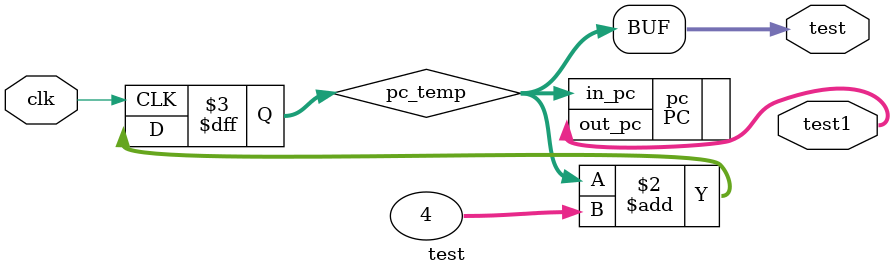
<source format=v>
`timescale 10ns/100ps
module test(clk,test1,test);

input      clk;
output[31:0] test1;
output[31:0] test;

reg[31:0] pc_temp;

PC pc(
		.in_pc(pc_temp), 
		.out_pc(test1)
		);

//assign test1 = pc_o;
assign test = pc_temp;

always @(posedge clk)
begin

pc_temp = pc_temp+4;


end		
		
endmodule





</source>
